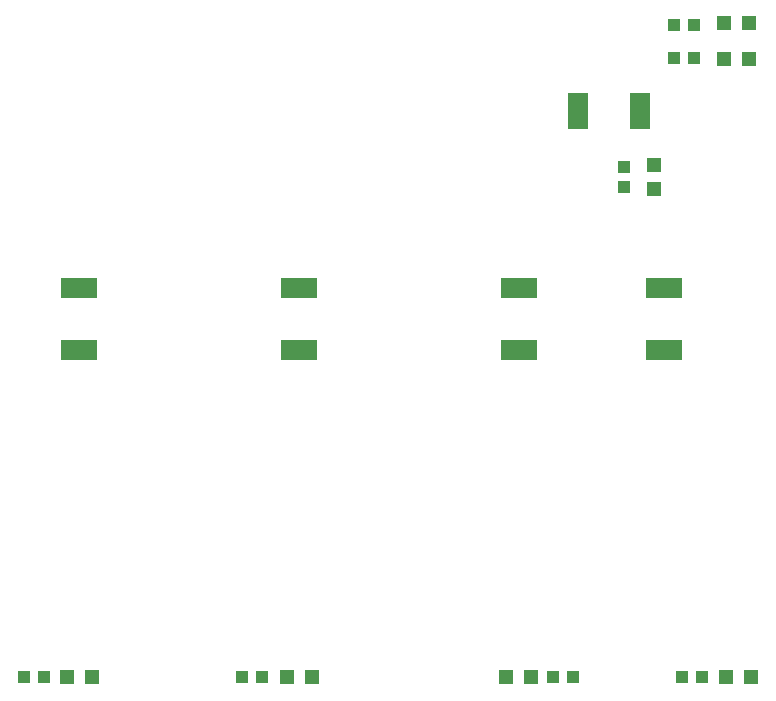
<source format=gbr>
G04 EAGLE Gerber RS-274X export*
G75*
%MOMM*%
%FSLAX34Y34*%
%LPD*%
%INSolderpaste Top*%
%IPPOS*%
%AMOC8*
5,1,8,0,0,1.08239X$1,22.5*%
G01*
%ADD10R,1.200000X1.200000*%
%ADD11R,1.000000X1.100000*%
%ADD12R,1.100000X1.000000*%
%ADD13R,3.150000X1.700000*%
%ADD14R,1.700000X3.150000*%


D10*
X324500Y66500D03*
X303500Y66500D03*
X510500Y66500D03*
X489500Y66500D03*
X675500Y66500D03*
X696500Y66500D03*
X800100Y500500D03*
X800100Y479500D03*
X882500Y66500D03*
X861500Y66500D03*
D11*
X284400Y66500D03*
X267400Y66500D03*
X468500Y66500D03*
X451500Y66500D03*
X715200Y66500D03*
X732200Y66500D03*
D12*
X774700Y481500D03*
X774700Y498500D03*
D11*
X840775Y66500D03*
X823775Y66500D03*
D13*
X809300Y396200D03*
X809300Y343800D03*
D14*
X735800Y546100D03*
X788200Y546100D03*
D13*
X686000Y396200D03*
X686000Y343800D03*
X500000Y396200D03*
X500000Y343800D03*
X314000Y396200D03*
X314000Y343800D03*
D10*
X880500Y590000D03*
X859500Y590000D03*
D11*
X834000Y590550D03*
X817000Y590550D03*
X834000Y619125D03*
X817000Y619125D03*
D10*
X880500Y620000D03*
X859500Y620000D03*
M02*

</source>
